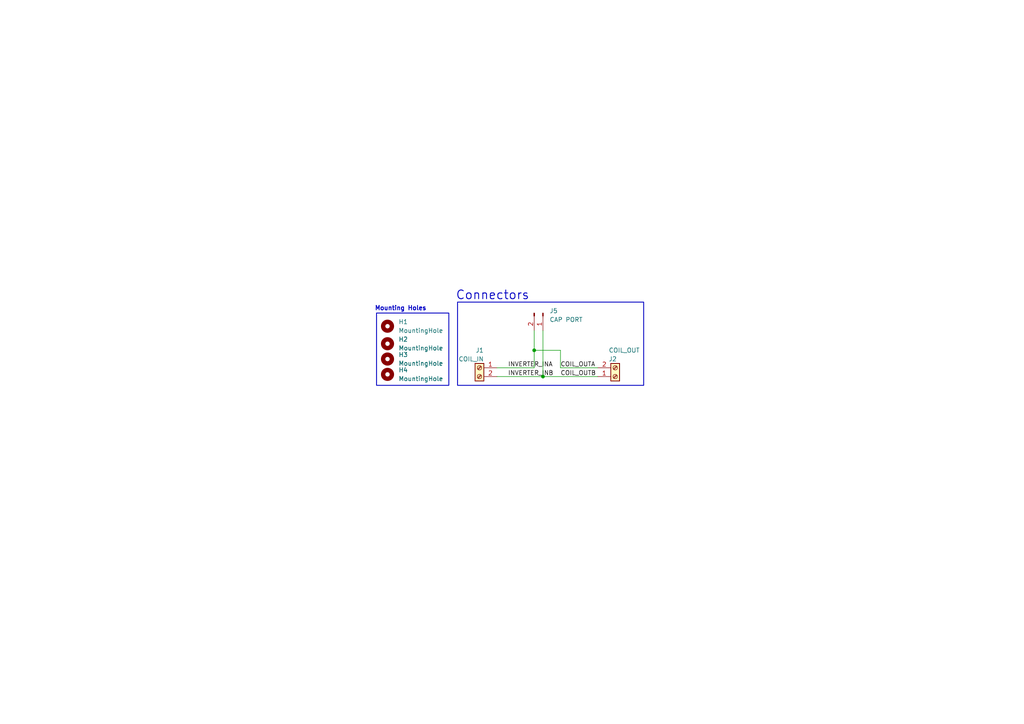
<source format=kicad_sch>
(kicad_sch (version 20231120) (generator "eeschema") (generator_version "8.0")
  (paper "A4")
  (lib_symbols
    (symbol "Connector:Conn_01x02_Pin" (pin_names (offset 1.016) hide)
      (property "Reference" "J" (at 0 2.54 0))
      (property "Value" "Conn_01x02_Pin" (at 0 -5.08 0))
      (symbol "Conn_01x02_Pin_1_1"
        (polyline (pts (xy 1.27 -2.54) (xy 0.8636 -2.54)) (stroke (width 0.1524)))
        (polyline (pts (xy 1.27 0) (xy 0.8636 0)) (stroke (width 0.1524)))
        (rectangle (start 0.8636 -2.413) (end 0 -2.667) (stroke (width 0.1524)) (fill (type outline)))
        (rectangle (start 0.8636 0.127) (end 0 -0.127) (stroke (width 0.1524)) (fill (type outline)))
        (pin passive line (at 5.08 0 180) (length 3.81) (name "Pin_1") (number "1"))
        (pin passive line (at 5.08 -2.54 180) (length 3.81) (name "Pin_2") (number "2"))
      )
    )
    (symbol "Connector:Screw_Terminal_01x02" (pin_names (offset 1.016) hide)
      (property "Reference" "J" (at 0 2.54 0))
      (property "Value" "Screw_Terminal_01x02" (at 0 -5.08 0))
      (symbol "Screw_Terminal_01x02_1_1"
        (rectangle (start -1.27 1.27) (end 1.27 -3.81) (stroke (width 0.254)) (fill (type background)))
        (circle (center 0 -2.54) (radius 0.635) (stroke (width 0.1524)))
        (polyline (pts (xy -0.5334 -2.2098) (xy 0.3302 -3.048)) (stroke (width 0.1524)))
        (polyline (pts (xy -0.5334 0.3302) (xy 0.3302 -0.508)) (stroke (width 0.1524)))
        (polyline (pts (xy -0.3556 -2.032) (xy 0.508 -2.8702)) (stroke (width 0.1524)))
        (polyline (pts (xy -0.3556 0.508) (xy 0.508 -0.3302)) (stroke (width 0.1524)))
        (circle (center 0 0) (radius 0.635) (stroke (width 0.1524)))
        (pin passive line (at -5.08 0 0) (length 3.81) (name "Pin_1") (number "1"))
        (pin passive line (at -5.08 -2.54 0) (length 3.81) (name "Pin_2") (number "2"))
      )
    )
    (symbol "Mechanical:MountingHole" (pin_names (offset 1.016))
      (property "Reference" "H" (at 0 5.08 0))
      (property "Value" "MountingHole" (at 0 3.175 0))
      (symbol "MountingHole_0_1"
        (circle (center 0 0) (radius 1.27) (stroke (width 1.27)))
      )
    )
  )
  (junction (at 157.48 109.22))
  (junction (at 154.94 101.6))
  (wire (pts (xy 162.56 106.68) (xy 173.355 106.68)))
  (wire (pts (xy 154.94 101.6) (xy 154.94 95.885)))
  (wire (pts (xy 162.56 101.6) (xy 162.56 106.68)))
  (wire (pts (xy 154.94 106.68) (xy 154.94 101.6)))
  (wire (pts (xy 157.48 109.22) (xy 144.145 109.22)))
  (wire (pts (xy 154.94 101.6) (xy 162.56 101.6)))
  (wire (pts (xy 157.48 109.22) (xy 173.355 109.22)))
  (wire (pts (xy 144.145 106.68) (xy 154.94 106.68)))
  (wire (pts (xy 157.48 95.885) (xy 157.48 109.22)))
  (rectangle (start 132.715 87.63) (end 186.69 111.76) (stroke (width 0.254)))
  (rectangle (start 109.22 90.805) (end 130.175 111.76) (stroke (width 0.254)))
  (text "Connectors" (at 142.875 85.725 0) (effects (font (size 2.54 2.54) (thickness 0.254) (bold yes))))
  (text "Mounting Holes" (at 116.205 89.535 0) (effects (font (size 1.27 1.27) (bold yes))))
  (label "INVERTER_INB" (at 147.32 109.22 0))
  (label "COIL_OUTA" (at 162.56 106.68 0))
  (label "INVERTER_INA" (at 147.32 106.68 0))
  (label "COIL_OUTB" (at 162.56 109.22 0))
  (symbol (lib_id "Connector:Screw_Terminal_01x02") (at 178.435 109.22 0) (mirror x) (unit 1)
    (property "Reference" "J2" (at 176.53 104.14 0) (effects (justify left)))
    (property "Value" "COIL_OUT" (at 176.53 101.6 0) (effects (justify left)))
    (property "Footprint" "HB9500:HB9500" (effects (hide yes)))
  )
  (symbol (lib_id "Connector:Conn_01x02_Pin") (at 157.48 90.805 270) (unit 1)
    (property "Reference" "J5" (at 159.385 90.17 90) (effects (justify left)))
    (property "Value" "CAP PORT" (at 159.385 92.71 90) (effects (justify left)))
    (property "Footprint" "Connector_AMASS:AMASS_XT60-M_1x02_P7.20mm_Vertical" (effects (hide yes)))
  )
  (symbol (lib_id "Mechanical:MountingHole") (at 112.395 104.14 0) (unit 1)
    (property "Reference" "H3" (at 115.57 102.87 0) (effects (justify left)))
    (property "Value" "MountingHole" (at 115.57 105.41 0) (effects (justify left)))
    (property "Footprint" "MountingHole:MountingHole_3.2mm_M3" (effects (hide yes)))
  )
  (symbol (lib_id "Mechanical:MountingHole") (at 112.395 108.585 0) (unit 1)
    (property "Reference" "H4" (at 115.57 107.315 0) (effects (justify left)))
    (property "Value" "MountingHole" (at 115.57 109.855 0) (effects (justify left)))
    (property "Footprint" "MountingHole:MountingHole_3.2mm_M3" (effects (hide yes)))
  )
  (symbol (lib_id "Mechanical:MountingHole") (at 112.395 99.695 0) (unit 1)
    (property "Reference" "H2" (at 115.57 98.425 0) (effects (justify left)))
    (property "Value" "MountingHole" (at 115.57 100.965 0) (effects (justify left)))
    (property "Footprint" "MountingHole:MountingHole_3.2mm_M3" (effects (hide yes)))
  )
  (symbol (lib_id "Mechanical:MountingHole") (at 112.395 94.615 0) (unit 1)
    (property "Reference" "H1" (at 115.57 93.345 0) (effects (justify left)))
    (property "Value" "MountingHole" (at 115.57 95.885 0) (effects (justify left)))
    (property "Footprint" "MountingHole:MountingHole_3.2mm_M3" (effects (hide yes)))
  )
  (symbol (lib_id "Connector:Screw_Terminal_01x02") (at 139.065 106.68 0) (mirror y) (unit 1)
    (property "Reference" "J1" (at 140.335 101.6 0) (effects (justify left)))
    (property "Value" "COIL_IN" (at 140.335 104.14 0) (effects (justify left)))
    (property "Footprint" "HB9500:HB9500" (effects (hide yes)))
  )
)
</source>
